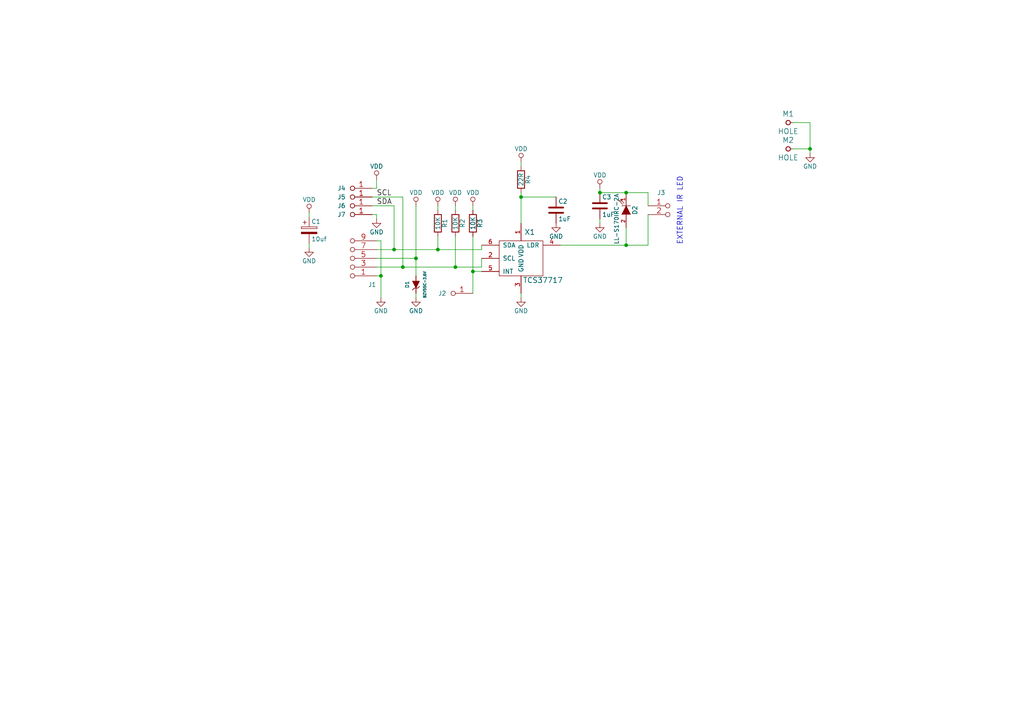
<source format=kicad_sch>
(kicad_sch (version 20230121) (generator eeschema)
  (paper "A4")
  (title_block (title "RGBC01") (date "2023-09-17") (comment 1 "RGB color sensor with I2C interface."))
  (lib_symbols
    (symbol "RGBC01-rescue:C" (pin_numbers hide) (pin_names (offset 0.254))
      (property "Reference" "C" (at 0.635 2.54 0))
      (property "Value" "C" (at 0.635 -2.54 0))
      (symbol "C_0_1"
        (polyline (pts (xy -2.032 -0.762) (xy 2.032 -0.762)) (stroke (width 0.508)))
        (polyline (pts (xy -2.032 0.762) (xy 2.032 0.762)) (stroke (width 0.508)))
      )
      (symbol "C_1_1"
        (pin passive line (at 0 3.81 270) (length 2.794) (name "~") (number "1"))
        (pin passive line (at 0 -3.81 90) (length 2.794) (name "~") (number "2"))
      )
    )
    (symbol "RGBC01-rescue:CONN1_1" (pin_names (offset 1.016) hide)
      (property "Reference" "J" (at 1.27 1.27 0))
      (property "Value" "CONN1_1" (at 2.54 -1.27 0))
      (symbol "CONN1_1_1_1"
        (pin passive inverted (at -7.62 1.27 0) (length 6.35) (name "P1") (number "1"))
      )
    )
    (symbol "RGBC01-rescue:CONN1_2" (pin_names (offset 1.016) hide)
      (property "Reference" "J" (at 1.27 2.54 0))
      (symbol "CONN1_2_1_1"
        (pin passive inverted (at -7.62 1.27 0) (length 6.35) (name "P1") (number "1"))
        (pin passive inverted (at -7.62 -1.27 0) (length 6.35) (name "PM") (number "2"))
      )
    )
    (symbol "RGBC01-rescue:CP" (pin_numbers hide) (pin_names (offset 0.254))
      (property "Reference" "C" (at 0.635 2.54 0))
      (property "Value" "CP" (at 0.635 -2.54 0))
      (symbol "CP_0_1"
        (rectangle (start -2.286 0.508) (end -2.286 1.016))
        (rectangle (start -2.286 0.508) (end 2.286 0.508))
        (rectangle (start -1.778 2.286) (end -0.762 2.286))
        (rectangle (start -1.27 1.778) (end -1.27 2.794))
        (rectangle (start 2.286 -0.508) (end -2.286 -1.016) (fill (type outline)))
        (rectangle (start 2.286 1.016) (end -2.286 1.016))
        (rectangle (start 2.286 1.016) (end 2.286 0.508))
      )
      (symbol "CP_1_1"
        (pin passive line (at 0 3.81 270) (length 2.794) (name "~") (number "1"))
        (pin passive line (at 0 -3.81 90) (length 2.794) (name "~") (number "2"))
      )
    )
    (symbol "RGBC01-rescue:GND" (power) (pin_names (offset 0))
      (property "Value" "GND" (at 0 -3.81 0))
      (symbol "GND_0_1"
        (polyline (pts (xy 0 0) (xy 0 -1.27) (xy 1.27 -1.27) (xy 0 -2.54) (xy -1.27 -1.27) (xy 0 -1.27)))
      )
      (symbol "GND_1_1"
        (pin power_in line (at 0 0 270) (length 0) hide (name "GND") (number "1"))
      )
    )
    (symbol "RGBC01-rescue:HOLE" (pin_numbers hide) (pin_names (offset 1.016) hide)
      (property "Reference" "M" (at 0 2.54 0))
      (property "Value" "HOLE" (at 0 -2.54 0))
      (symbol "HOLE_0_1"
        (circle (center 0 0) (radius 0.635) (stroke (width 0.254)))
      )
      (symbol "HOLE_1_1"
        (pin input line (at 1.27 0 180) (length 0.635) (name "~") (number "1"))
      )
    )
    (symbol "RGBC01-rescue:JUMP_5X2" (pin_names (offset 1.016) hide)
      (property "Reference" "J" (at -8.89 6.35 0))
      (symbol "JUMP_5X2_1_1"
        (pin passive inverted (at -10.16 3.81 0) (length 7.62) (name "2") (number "1"))
        (pin passive inverted (at -10.16 -6.35 0) (length 7.62) hide (name "10") (number "10"))
        (pin passive inverted (at -10.16 3.81 0) (length 7.62) hide (name "2") (number "2"))
        (pin passive inverted (at -10.16 1.27 0) (length 7.62) (name "4") (number "3"))
        (pin passive inverted (at -10.16 1.27 0) (length 7.62) hide (name "4") (number "4"))
        (pin passive inverted (at -10.16 -1.27 0) (length 7.62) (name "6") (number "5"))
        (pin passive inverted (at -10.16 -1.27 0) (length 7.62) hide (name "6") (number "6"))
        (pin passive inverted (at -10.16 -3.81 0) (length 7.62) (name "7") (number "7"))
        (pin passive inverted (at -10.16 -3.81 0) (length 7.62) hide (name "7") (number "8"))
        (pin passive inverted (at -10.16 -6.35 0) (length 7.62) (name "10") (number "9"))
      )
    )
    (symbol "RGBC01-rescue:LED" (pin_names (offset 1.016) hide)
      (property "Reference" "D" (at 0 2.54 0))
      (property "Value" "LED" (at 0 -2.54 0))
      (symbol "LED_0_1"
        (polyline (pts (xy -1.27 1.27) (xy -1.27 -1.27)))
        (polyline (pts (xy -2.032 -0.635) (xy -3.175 -1.651) (xy -3.048 -1.016)))
        (polyline (pts (xy -1.651 -1.016) (xy -2.794 -2.032) (xy -2.667 -1.397)))
        (polyline (pts (xy 1.27 1.27) (xy -1.27 0) (xy 1.27 -1.27)) (fill (type outline)))
      )
      (symbol "LED_1_1"
        (pin passive line (at -5.08 0 0) (length 3.81) (name "K") (number "1"))
        (pin passive line (at 5.08 0 180) (length 3.81) (name "A") (number "2"))
      )
    )
    (symbol "RGBC01-rescue:R" (pin_numbers hide) (pin_names (offset 0))
      (property "Reference" "R" (at 2.032 0 90))
      (property "Value" "R" (at 0 0 90))
      (symbol "R_0_1"
        (rectangle (start -1.016 -2.54) (end 1.016 2.54) (stroke (width 0.254)))
      )
      (symbol "R_1_1"
        (pin passive line (at 0 3.81 270) (length 1.27) (name "~") (number "1"))
        (pin passive line (at 0 -3.81 90) (length 1.27) (name "~") (number "2"))
      )
    )
    (symbol "RGBC01-rescue:TCS37717" (pin_names (offset 1.016))
      (property "Reference" "X" (at 3.81 5.08 0))
      (property "Value" "TCS37717" (at 7.62 -8.89 0))
      (symbol "TCS37717_0_1"
        (rectangle (start -5.08 2.54) (end 7.62 -7.62))
      )
      (symbol "TCS37717_1_1"
        (pin power_in line (at 1.27 7.62 270) (length 5.08) (name "VDD") (number "1"))
        (pin passive line (at -10.16 -2.54 0) (length 5.08) (name "SCL") (number "2"))
        (pin output line (at 1.27 -12.7 90) (length 5.08) (name "GND") (number "3"))
        (pin passive line (at 12.7 1.27 180) (length 5.08) (name "LDR") (number "4"))
        (pin unspecified line (at -10.16 -6.35 0) (length 5.08) (name "INT") (number "5"))
        (pin unspecified line (at -10.16 1.27 0) (length 5.08) (name "SDA") (number "6"))
      )
    )
    (symbol "RGBC01-rescue:VDD" (power) (pin_names (offset 0))
      (property "Value" "VDD" (at 0 3.81 0))
      (symbol "VDD_0_1"
        (polyline (pts (xy 0 0) (xy 0 1.27)))
        (circle (center 0 1.905) (radius 0.635))
      )
      (symbol "VDD_1_1"
        (pin power_in line (at 0 0 90) (length 0) hide (name "VDD") (number "1"))
      )
    )
    (symbol "RGBC01-rescue:ZENERsmall" (pin_numbers hide) (pin_names (offset 1.016) hide)
      (property "Reference" "D" (at 0 2.54 0))
      (property "Value" "ZENERsmall" (at 0 -2.54 0))
      (symbol "ZENERsmall_0_1"
        (polyline (pts (xy -1.524 1.016) (xy -1.016 0.508) (xy -1.016 -0.508) (xy -0.508 -1.016)) (stroke (width 0.2032)))
        (polyline (pts (xy 1.016 1.016) (xy -1.016 0) (xy 1.016 -1.016) (xy 1.016 1.016)) (fill (type outline)))
      )
      (symbol "ZENERsmall_1_1"
        (pin passive line (at -2.54 0 0) (length 1.524) (name "K") (number "1"))
        (pin passive line (at 2.54 0 180) (length 1.524) (name "A") (number "2"))
      )
    )
  )
  (junction (at 120.65 74.93))
  (junction (at 234.95 43.18))
  (junction (at 116.84 77.47))
  (junction (at 137.16 78.74))
  (junction (at 173.99 55.88))
  (junction (at 110.49 80.01))
  (junction (at 132.08 77.47))
  (junction (at 114.3 72.39))
  (junction (at 127 72.39))
  (junction (at 181.61 55.88))
  (junction (at 151.13 57.15))
  (junction (at 181.61 71.12))
  (wire (pts (xy 181.61 71.12) (xy 187.96 71.12)))
  (wire (pts (xy 107.95 62.23) (xy 109.22 62.23)))
  (wire (pts (xy 137.16 78.74) (xy 137.16 85.09)))
  (wire (pts (xy 109.22 54.61) (xy 109.22 52.07)))
  (wire (pts (xy 107.95 57.15) (xy 116.84 57.15)))
  (wire (pts (xy 127 72.39) (xy 139.7 72.39)))
  (wire (pts (xy 132.08 68.58) (xy 132.08 77.47)))
  (wire (pts (xy 89.662 71.882) (xy 89.662 70.612)))
  (wire (pts (xy 151.13 48.26) (xy 151.13 46.99)))
  (wire (pts (xy 109.22 54.61) (xy 107.95 54.61)))
  (wire (pts (xy 151.13 86.36) (xy 151.13 85.09)))
  (wire (pts (xy 151.13 64.77) (xy 151.13 57.15)))
  (wire (pts (xy 151.13 57.15) (xy 151.13 55.88)))
  (wire (pts (xy 139.7 72.39) (xy 139.7 71.12)))
  (wire (pts (xy 116.84 57.15) (xy 116.84 77.47)))
  (wire (pts (xy 109.22 77.47) (xy 116.84 77.47)))
  (wire (pts (xy 127 60.96) (xy 127 59.69)))
  (wire (pts (xy 162.56 71.12) (xy 181.61 71.12)))
  (wire (pts (xy 234.95 43.18) (xy 234.95 44.45)))
  (wire (pts (xy 114.3 59.69) (xy 114.3 72.39)))
  (wire (pts (xy 120.65 85.09) (xy 120.65 86.36)))
  (wire (pts (xy 187.96 55.88) (xy 187.96 59.69)))
  (wire (pts (xy 161.29 57.15) (xy 151.13 57.15)))
  (wire (pts (xy 120.65 59.69) (xy 120.65 74.93)))
  (wire (pts (xy 187.96 71.12) (xy 187.96 62.23)))
  (wire (pts (xy 109.22 80.01) (xy 110.49 80.01)))
  (wire (pts (xy 110.49 69.85) (xy 110.49 80.01)))
  (wire (pts (xy 137.16 78.74) (xy 139.7 78.74)))
  (wire (pts (xy 120.65 74.93) (xy 120.65 80.01)))
  (wire (pts (xy 114.3 72.39) (xy 127 72.39)))
  (wire (pts (xy 173.99 64.77) (xy 173.99 63.5)))
  (wire (pts (xy 110.49 80.01) (xy 110.49 86.36)))
  (wire (pts (xy 234.95 35.56) (xy 234.95 43.18)))
  (wire (pts (xy 89.662 62.992) (xy 89.662 61.722)))
  (wire (pts (xy 137.16 68.58) (xy 137.16 78.74)))
  (wire (pts (xy 229.87 43.18) (xy 234.95 43.18)))
  (wire (pts (xy 109.22 74.93) (xy 120.65 74.93)))
  (wire (pts (xy 132.08 77.47) (xy 139.7 77.47)))
  (wire (pts (xy 181.61 66.04) (xy 181.61 71.12)))
  (wire (pts (xy 173.99 55.88) (xy 173.99 54.61)))
  (wire (pts (xy 132.08 60.96) (xy 132.08 59.69)))
  (wire (pts (xy 137.16 60.96) (xy 137.16 59.69)))
  (wire (pts (xy 107.95 59.69) (xy 114.3 59.69)))
  (wire (pts (xy 109.22 72.39) (xy 114.3 72.39)))
  (wire (pts (xy 181.61 55.88) (xy 187.96 55.88)))
  (wire (pts (xy 109.22 69.85) (xy 110.49 69.85)))
  (wire (pts (xy 229.87 35.56) (xy 234.95 35.56)))
  (wire (pts (xy 116.84 77.47) (xy 132.08 77.47)))
  (wire (pts (xy 139.7 77.47) (xy 139.7 74.93)))
  (wire (pts (xy 109.22 62.23) (xy 109.22 63.5)))
  (wire (pts (xy 127 68.58) (xy 127 72.39)))
  (wire (pts (xy 173.99 55.88) (xy 181.61 55.88)))
  (text "EXTERNAL IR LED" (at 198.12 71.12 90) (effects (font (size 1.524 1.524)) (justify left bottom)))
  (label "SDA" (at 109.22 59.69 0) (effects (font (size 1.524 1.524))))
  (label "SCL" (at 109.22 57.15 0) (effects (font (size 1.524 1.524))))
  (symbol (lib_id "RGBC01-rescue:ZENERsmall") (at 120.65 82.55 90) (unit 1)
    (property "Reference" "D1" (at 118.11 82.55 0) (effects (font (size 1.016 1.016))))
    (property "Value" "BZV55C-3,6V" (at 123.19 82.55 0) (effects (font (size 0.762 0.762))))
    (property "Footprint" "Mlab_D:Diode-MiniMELF_Standard" (effects hide))
  )
  (symbol (lib_id "RGBC01-rescue:R") (at 127 64.77 0) (unit 1)
    (property "Reference" "R1" (at 129.032 64.77 90))
    (property "Value" "10K" (at 127 64.77 90))
    (property "Footprint" "Mlab_R:SMD-0805" (effects hide))
  )
  (symbol (lib_id "RGBC01-rescue:C") (at 173.99 59.69 0) (unit 1)
    (property "Reference" "C3" (at 174.625 57.15 0) (effects (justify left)))
    (property "Value" "1uF" (at 174.625 62.23 0) (effects (justify left)))
    (property "Footprint" "Mlab_R:SMD-0805" (effects hide))
  )
  (symbol (lib_id "RGBC01-rescue:CP") (at 89.662 66.802 0) (unit 1)
    (property "Reference" "C1" (at 90.297 64.262 0) (effects (justify left)))
    (property "Value" "10uf" (at 90.297 69.342 0) (effects (justify left)))
    (property "Footprint" "Mlab_R:SMD-0805" (effects hide))
  )
  (symbol (lib_id "RGBC01-rescue:GND") (at 151.13 86.36 0) (unit 1)
    (property "Reference" "#PWR01" (effects hide))
    (property "Value" "GND" (at 151.13 90.17 0))
  )
  (symbol (lib_id "RGBC01-rescue:TCS37717") (at 149.86 72.39 0) (unit 1)
    (property "Reference" "X1" (at 153.67 67.31 0) (effects (font (size 1.524 1.524))))
    (property "Value" "TCS37717" (at 157.48 81.28 0) (effects (font (size 1.524 1.524))))
    (property "Footprint" "Mlab_IO:FN" (effects hide))
  )
  (symbol (lib_id "RGBC01-rescue:R") (at 132.08 64.77 0) (unit 1)
    (property "Reference" "R2" (at 134.112 64.77 90))
    (property "Value" "10K" (at 132.08 64.77 90))
    (property "Footprint" "Mlab_R:SMD-0805" (effects hide))
  )
  (symbol (lib_id "RGBC01-rescue:R") (at 137.16 64.77 0) (unit 1)
    (property "Reference" "R3" (at 139.192 64.77 90))
    (property "Value" "10K" (at 137.16 64.77 90))
    (property "Footprint" "Mlab_R:SMD-0805" (effects hide))
  )
  (symbol (lib_id "RGBC01-rescue:R") (at 151.13 52.07 0) (unit 1)
    (property "Reference" "R4" (at 153.162 52.07 90))
    (property "Value" "22R" (at 151.13 52.07 90))
    (property "Footprint" "Mlab_R:SMD-0805" (effects hide))
  )
  (symbol (lib_id "RGBC01-rescue:C") (at 161.29 60.96 0) (unit 1)
    (property "Reference" "C2" (at 161.925 58.42 0) (effects (justify left)))
    (property "Value" "1uF" (at 161.925 63.5 0) (effects (justify left)))
    (property "Footprint" "Mlab_R:SMD-0805" (effects hide))
  )
  (symbol (lib_id "RGBC01-rescue:VDD") (at 151.13 46.99 0) (unit 1)
    (property "Reference" "#PWR02" (effects hide))
    (property "Value" "VDD" (at 151.13 43.18 0))
  )
  (symbol (lib_id "RGBC01-rescue:GND") (at 161.29 64.77 0) (unit 1)
    (property "Reference" "#PWR03" (effects hide))
    (property "Value" "GND" (at 161.29 68.58 0))
  )
  (symbol (lib_id "RGBC01-rescue:GND") (at 173.99 64.77 0) (unit 1)
    (property "Reference" "#PWR04" (effects hide))
    (property "Value" "GND" (at 173.99 68.58 0))
  )
  (symbol (lib_id "RGBC01-rescue:CONN1_2") (at 195.58 60.96 0) (unit 1)
    (property "Reference" "J3" (at 191.77 55.88 0))
    (property "Value" "CONN1_2" (effects hide))
    (property "Footprint" "Mlab_Pin_Headers:Straight_2x01" (effects hide))
  )
  (symbol (lib_id "RGBC01-rescue:VDD") (at 173.99 54.61 0) (unit 1)
    (property "Reference" "#PWR05" (effects hide))
    (property "Value" "VDD" (at 173.99 50.8 0))
  )
  (symbol (lib_id "RGBC01-rescue:JUMP_5X2") (at 99.06 76.2 180) (unit 1)
    (property "Reference" "J1" (at 107.95 82.55 0))
    (property "Value" "JUMP_5X2" (effects hide))
    (property "Footprint" "Mlab_Pin_Headers:Straight_2x05" (effects hide))
  )
  (symbol (lib_id "RGBC01-rescue:CONN1_1") (at 129.54 83.82 180) (unit 1)
    (property "Reference" "J2" (at 128.27 85.09 0))
    (property "Value" "CONN1_1" (effects hide))
    (property "Footprint" "Mlab_Pin_Headers:Straight_1x01" (effects hide))
  )
  (symbol (lib_id "RGBC01-rescue:VDD") (at 127 59.69 0) (unit 1)
    (property "Reference" "#PWR06" (effects hide))
    (property "Value" "VDD" (at 127 55.88 0))
  )
  (symbol (lib_id "RGBC01-rescue:VDD") (at 132.08 59.69 0) (unit 1)
    (property "Reference" "#PWR07" (effects hide))
    (property "Value" "VDD" (at 132.08 55.88 0))
  )
  (symbol (lib_id "RGBC01-rescue:VDD") (at 137.16 59.69 0) (unit 1)
    (property "Reference" "#PWR08" (effects hide))
    (property "Value" "VDD" (at 137.16 55.88 0))
  )
  (symbol (lib_id "RGBC01-rescue:GND") (at 89.662 71.882 0) (unit 1)
    (property "Reference" "#PWR09" (effects hide))
    (property "Value" "GND" (at 89.662 75.692 0))
  )
  (symbol (lib_id "RGBC01-rescue:VDD") (at 89.662 61.722 0) (unit 1)
    (property "Reference" "#PWR010" (effects hide))
    (property "Value" "VDD" (at 89.662 57.912 0))
  )
  (symbol (lib_id "RGBC01-rescue:GND") (at 120.65 86.36 0) (unit 1)
    (property "Reference" "#PWR011" (effects hide))
    (property "Value" "GND" (at 120.65 90.17 0))
  )
  (symbol (lib_id "RGBC01-rescue:LED") (at 181.61 60.96 270) (unit 1)
    (property "Reference" "D2" (at 184.15 60.96 0))
    (property "Value" "LL-S170IRC-2A" (at 178.816 63.5 0) (effects (font (size 1.1938 1.1938))))
    (property "Footprint" "Mlab_D:LED_0805" (effects hide))
  )
  (symbol (lib_id "RGBC01-rescue:VDD") (at 120.65 59.69 0) (unit 1)
    (property "Reference" "#PWR012" (effects hide))
    (property "Value" "VDD" (at 120.65 55.88 0))
  )
  (symbol (lib_id "RGBC01-rescue:HOLE") (at 228.6 35.56 0) (unit 1)
    (property "Reference" "M1" (at 228.6 33.02 0) (effects (font (size 1.524 1.524))))
    (property "Value" "HOLE" (at 228.6 38.1 0) (effects (font (size 1.524 1.524))))
    (property "Footprint" "Mlab_Mechanical:MountingHole_3mm" (effects hide))
  )
  (symbol (lib_id "RGBC01-rescue:HOLE") (at 228.6 43.18 0) (unit 1)
    (property "Reference" "M2" (at 228.6 40.64 0) (effects (font (size 1.524 1.524))))
    (property "Value" "HOLE" (at 228.6 45.72 0) (effects (font (size 1.524 1.524))))
    (property "Footprint" "Mlab_Mechanical:MountingHole_3mm" (effects hide))
  )
  (symbol (lib_id "RGBC01-rescue:GND") (at 110.49 86.36 0) (unit 1)
    (property "Reference" "#PWR013" (effects hide))
    (property "Value" "GND" (at 110.49 90.17 0))
  )
  (symbol (lib_id "RGBC01-rescue:CONN1_1") (at 100.33 53.34 180) (unit 1)
    (property "Reference" "J4" (at 99.06 54.61 0))
    (property "Value" "CONN1_1" (effects hide))
    (property "Footprint" "Mlab_Pin_Headers:SMD_1x1" (effects hide))
  )
  (symbol (lib_id "RGBC01-rescue:CONN1_1") (at 100.33 60.96 180) (unit 1)
    (property "Reference" "J7" (at 99.06 62.23 0))
    (property "Value" "CONN1_1" (effects hide))
    (property "Footprint" "Mlab_Pin_Headers:SMD_1x1" (effects hide))
  )
  (symbol (lib_id "RGBC01-rescue:CONN1_1") (at 100.33 55.88 180) (unit 1)
    (property "Reference" "J5" (at 99.06 57.15 0))
    (property "Value" "CONN1_1" (effects hide))
    (property "Footprint" "Mlab_Pin_Headers:SMD_1x1" (effects hide))
  )
  (symbol (lib_id "RGBC01-rescue:CONN1_1") (at 100.33 58.42 180) (unit 1)
    (property "Reference" "J6" (at 99.06 59.69 0))
    (property "Value" "CONN1_1" (effects hide))
    (property "Footprint" "Mlab_Pin_Headers:SMD_1x1" (effects hide))
  )
  (symbol (lib_id "RGBC01-rescue:GND") (at 109.22 63.5 0) (unit 1)
    (property "Reference" "#PWR014" (effects hide))
    (property "Value" "GND" (at 109.22 67.31 0))
  )
  (symbol (lib_id "RGBC01-rescue:VDD") (at 109.22 52.07 0) (unit 1)
    (property "Reference" "#PWR015" (effects hide))
    (property "Value" "VDD" (at 109.22 48.26 0))
  )
  (symbol (lib_id "RGBC01-rescue:GND") (at 234.95 44.45 0) (unit 1)
    (property "Reference" "#PWR?" (effects hide))
    (property "Value" "GND" (at 234.95 48.26 0))
  )
)
</source>
